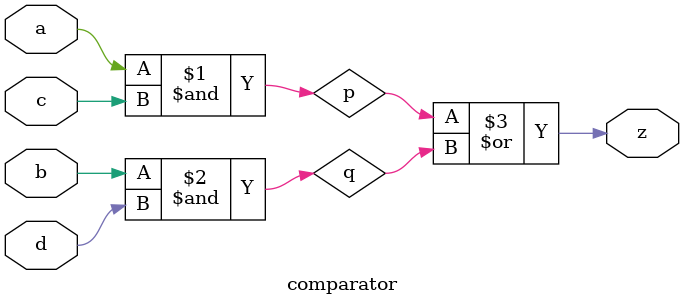
<source format=v>
module comparator(
    input a,
    input b,
    input c,
    input d,
    output z
);

wire p,q;

and(p,a,c);
and(q,b,d);
or(z,p,q);


endmodule
</source>
